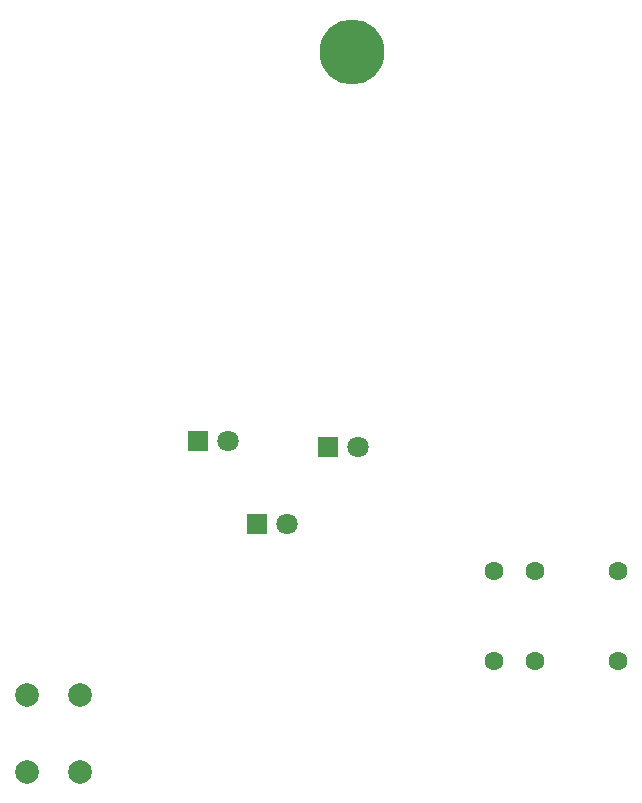
<source format=gbr>
%TF.GenerationSoftware,KiCad,Pcbnew,9.0.2*%
%TF.CreationDate,2025-05-24T17:19:21-04:00*%
%TF.ProjectId,DJUNGELSKOG Keychain,444a554e-4745-44c5-934b-4f47204b6579,rev?*%
%TF.SameCoordinates,Original*%
%TF.FileFunction,Copper,L1,Top*%
%TF.FilePolarity,Positive*%
%FSLAX46Y46*%
G04 Gerber Fmt 4.6, Leading zero omitted, Abs format (unit mm)*
G04 Created by KiCad (PCBNEW 9.0.2) date 2025-05-24 17:19:21*
%MOMM*%
%LPD*%
G01*
G04 APERTURE LIST*
%TA.AperFunction,ComponentPad*%
%ADD10C,1.800000*%
%TD*%
%TA.AperFunction,ComponentPad*%
%ADD11R,1.800000X1.800000*%
%TD*%
%TA.AperFunction,ComponentPad*%
%ADD12C,2.000000*%
%TD*%
%TA.AperFunction,ComponentPad*%
%ADD13C,1.600000*%
%TD*%
%TA.AperFunction,ViaPad*%
%ADD14C,5.500000*%
%TD*%
G04 APERTURE END LIST*
D10*
%TO.P,D2,2,A*%
%TO.N,Net-(D1-A)*%
X140500000Y-101500000D03*
D11*
%TO.P,D2,1,K*%
%TO.N,Net-(D2-K)*%
X137960000Y-101500000D03*
%TD*%
D10*
%TO.P,D3,2,A*%
%TO.N,Net-(D1-A)*%
X135500000Y-94500000D03*
D11*
%TO.P,D3,1,K*%
%TO.N,Net-(D3-K)*%
X132960000Y-94500000D03*
%TD*%
D10*
%TO.P,D1,2,A*%
%TO.N,Net-(D1-A)*%
X146500000Y-95000000D03*
D11*
%TO.P,D1,1,K*%
%TO.N,Net-(D1-K)*%
X143960000Y-95000000D03*
%TD*%
D12*
%TO.P,SW1,1,1*%
%TO.N,Net-(BT1-+)*%
X118500000Y-116000000D03*
X118500000Y-122500000D03*
%TO.P,SW1,2,2*%
%TO.N,Net-(D1-A)*%
X123000000Y-116000000D03*
X123000000Y-122500000D03*
%TD*%
D13*
%TO.P,R3,1*%
%TO.N,Net-(D3-K)*%
X158000000Y-105500000D03*
%TO.P,R3,2*%
%TO.N,Net-(BT1--)*%
X158000000Y-113120000D03*
%TD*%
%TO.P,R2,1*%
%TO.N,Net-(D2-K)*%
X161500000Y-113120000D03*
%TO.P,R2,2*%
%TO.N,Net-(BT1--)*%
X161500000Y-105500000D03*
%TD*%
%TO.P,R1,1*%
%TO.N,Net-(D1-K)*%
X168500000Y-113120000D03*
%TO.P,R1,2*%
%TO.N,Net-(BT1--)*%
X168500000Y-105500000D03*
%TD*%
D14*
%TO.N,*%
X146000000Y-61500000D03*
%TD*%
M02*

</source>
